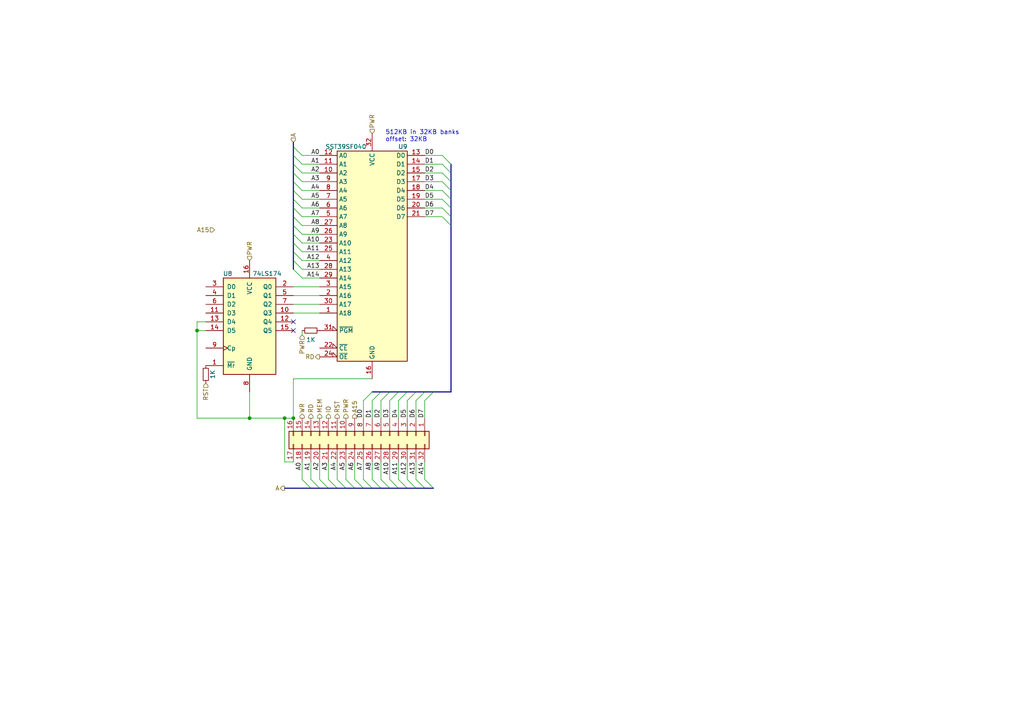
<source format=kicad_sch>
(kicad_sch (version 20230121) (generator eeschema)
  (paper "A4")
  (title_block (title "z80 Flash Cartridge") (date "2023-02-27") (rev "1.7") (company "T. van de Weg"))
  (lib_symbols
    (symbol "74xx:74LS174" (pin_names (offset 1.016))
      (property "Reference" "U" (at -7.62 13.97 0))
      (property "Value" "74LS174" (at -7.62 -16.51 0))
      (symbol "74LS174_1_0"
        (pin input line (at -12.7 -12.7 0) (length 5.08) (name "~{Mr}") (number "1"))
        (pin output line (at 12.7 2.54 180) (length 5.08) (name "Q3") (number "10"))
        (pin input line (at -12.7 2.54 0) (length 5.08) (name "D3") (number "11"))
        (pin output line (at 12.7 0 180) (length 5.08) (name "Q4") (number "12"))
        (pin input line (at -12.7 0 0) (length 5.08) (name "D4") (number "13"))
        (pin input line (at -12.7 -2.54 0) (length 5.08) (name "D5") (number "14"))
        (pin output line (at 12.7 -2.54 180) (length 5.08) (name "Q5") (number "15"))
        (pin power_in line (at 0 17.78 270) (length 5.08) (name "VCC") (number "16"))
        (pin output line (at 12.7 10.16 180) (length 5.08) (name "Q0") (number "2"))
        (pin input line (at -12.7 10.16 0) (length 5.08) (name "D0") (number "3"))
        (pin input line (at -12.7 7.62 0) (length 5.08) (name "D1") (number "4"))
        (pin output line (at 12.7 7.62 180) (length 5.08) (name "Q1") (number "5"))
        (pin input line (at -12.7 5.08 0) (length 5.08) (name "D2") (number "6"))
        (pin output line (at 12.7 5.08 180) (length 5.08) (name "Q2") (number "7"))
        (pin power_in line (at 0 -20.32 90) (length 5.08) (name "GND") (number "8"))
        (pin input clock (at -12.7 -7.62 0) (length 5.08) (name "Cp") (number "9"))
      )
      (symbol "74LS174_1_1"
        (rectangle (start -7.62 12.7) (end 7.62 -15.24) (stroke (width 0.254)) (fill (type background)))
      )
    )
    (symbol "Connector_Generic:Conn_02x16_Counter_Clockwise" (pin_names (offset 1.016) hide)
      (property "Reference" "J" (at 1.27 20.32 0))
      (property "Value" "Conn_02x16_Counter_Clockwise" (at 1.27 -22.86 0))
      (symbol "Conn_02x16_Counter_Clockwise_1_1"
        (rectangle (start -1.27 -20.193) (end 0 -20.447) (stroke (width 0.1524)))
        (rectangle (start -1.27 -17.653) (end 0 -17.907) (stroke (width 0.1524)))
        (rectangle (start -1.27 -15.113) (end 0 -15.367) (stroke (width 0.1524)))
        (rectangle (start -1.27 -12.573) (end 0 -12.827) (stroke (width 0.1524)))
        (rectangle (start -1.27 -10.033) (end 0 -10.287) (stroke (width 0.1524)))
        (rectangle (start -1.27 -7.493) (end 0 -7.747) (stroke (width 0.1524)))
        (rectangle (start -1.27 -4.953) (end 0 -5.207) (stroke (width 0.1524)))
        (rectangle (start -1.27 -2.413) (end 0 -2.667) (stroke (width 0.1524)))
        (rectangle (start -1.27 0.127) (end 0 -0.127) (stroke (width 0.1524)))
        (rectangle (start -1.27 2.667) (end 0 2.413) (stroke (width 0.1524)))
        (rectangle (start -1.27 5.207) (end 0 4.953) (stroke (width 0.1524)))
        (rectangle (start -1.27 7.747) (end 0 7.493) (stroke (width 0.1524)))
        (rectangle (start -1.27 10.287) (end 0 10.033) (stroke (width 0.1524)))
        (rectangle (start -1.27 12.827) (end 0 12.573) (stroke (width 0.1524)))
        (rectangle (start -1.27 15.367) (end 0 15.113) (stroke (width 0.1524)))
        (rectangle (start -1.27 17.907) (end 0 17.653) (stroke (width 0.1524)))
        (rectangle (start -1.27 19.05) (end 3.81 -21.59) (stroke (width 0.254)) (fill (type background)))
        (rectangle (start 3.81 -20.193) (end 2.54 -20.447) (stroke (width 0.1524)))
        (rectangle (start 3.81 -17.653) (end 2.54 -17.907) (stroke (width 0.1524)))
        (rectangle (start 3.81 -15.113) (end 2.54 -15.367) (stroke (width 0.1524)))
        (rectangle (start 3.81 -12.573) (end 2.54 -12.827) (stroke (width 0.1524)))
        (rectangle (start 3.81 -10.033) (end 2.54 -10.287) (stroke (width 0.1524)))
        (rectangle (start 3.81 -7.493) (end 2.54 -7.747) (stroke (width 0.1524)))
        (rectangle (start 3.81 -4.953) (end 2.54 -5.207) (stroke (width 0.1524)))
        (rectangle (start 3.81 -2.413) (end 2.54 -2.667) (stroke (width 0.1524)))
        (rectangle (start 3.81 0.127) (end 2.54 -0.127) (stroke (width 0.1524)))
        (rectangle (start 3.81 2.667) (end 2.54 2.413) (stroke (width 0.1524)))
        (rectangle (start 3.81 5.207) (end 2.54 4.953) (stroke (width 0.1524)))
        (rectangle (start 3.81 7.747) (end 2.54 7.493) (stroke (width 0.1524)))
        (rectangle (start 3.81 10.287) (end 2.54 10.033) (stroke (width 0.1524)))
        (rectangle (start 3.81 12.827) (end 2.54 12.573) (stroke (width 0.1524)))
        (rectangle (start 3.81 15.367) (end 2.54 15.113) (stroke (width 0.1524)))
        (rectangle (start 3.81 17.907) (end 2.54 17.653) (stroke (width 0.1524)))
        (pin passive line (at -5.08 17.78 0) (length 3.81) (name "Pin_1") (number "1"))
        (pin passive line (at -5.08 -5.08 0) (length 3.81) (name "Pin_10") (number "10"))
        (pin passive line (at -5.08 -7.62 0) (length 3.81) (name "Pin_11") (number "11"))
        (pin passive line (at -5.08 -10.16 0) (length 3.81) (name "Pin_12") (number "12"))
        (pin passive line (at -5.08 -12.7 0) (length 3.81) (name "Pin_13") (number "13"))
        (pin passive line (at -5.08 -15.24 0) (length 3.81) (name "Pin_14") (number "14"))
        (pin passive line (at -5.08 -17.78 0) (length 3.81) (name "Pin_15") (number "15"))
        (pin passive line (at -5.08 -20.32 0) (length 3.81) (name "Pin_16") (number "16"))
        (pin passive line (at 7.62 -20.32 180) (length 3.81) (name "Pin_17") (number "17"))
        (pin passive line (at 7.62 -17.78 180) (length 3.81) (name "Pin_18") (number "18"))
        (pin passive line (at 7.62 -15.24 180) (length 3.81) (name "Pin_19") (number "19"))
        (pin passive line (at -5.08 15.24 0) (length 3.81) (name "Pin_2") (number "2"))
        (pin passive line (at 7.62 -12.7 180) (length 3.81) (name "Pin_20") (number "20"))
        (pin passive line (at 7.62 -10.16 180) (length 3.81) (name "Pin_21") (number "21"))
        (pin passive line (at 7.62 -7.62 180) (length 3.81) (name "Pin_22") (number "22"))
        (pin passive line (at 7.62 -5.08 180) (length 3.81) (name "Pin_23") (number "23"))
        (pin passive line (at 7.62 -2.54 180) (length 3.81) (name "Pin_24") (number "24"))
        (pin passive line (at 7.62 0 180) (length 3.81) (name "Pin_25") (number "25"))
        (pin passive line (at 7.62 2.54 180) (length 3.81) (name "Pin_26") (number "26"))
        (pin passive line (at 7.62 5.08 180) (length 3.81) (name "Pin_27") (number "27"))
        (pin passive line (at 7.62 7.62 180) (length 3.81) (name "Pin_28") (number "28"))
        (pin passive line (at 7.62 10.16 180) (length 3.81) (name "Pin_29") (number "29"))
        (pin passive line (at -5.08 12.7 0) (length 3.81) (name "Pin_3") (number "3"))
        (pin passive line (at 7.62 12.7 180) (length 3.81) (name "Pin_30") (number "30"))
        (pin passive line (at 7.62 15.24 180) (length 3.81) (name "Pin_31") (number "31"))
        (pin passive line (at 7.62 17.78 180) (length 3.81) (name "Pin_32") (number "32"))
        (pin passive line (at -5.08 10.16 0) (length 3.81) (name "Pin_4") (number "4"))
        (pin passive line (at -5.08 7.62 0) (length 3.81) (name "Pin_5") (number "5"))
        (pin passive line (at -5.08 5.08 0) (length 3.81) (name "Pin_6") (number "6"))
        (pin passive line (at -5.08 2.54 0) (length 3.81) (name "Pin_7") (number "7"))
        (pin passive line (at -5.08 0 0) (length 3.81) (name "Pin_8") (number "8"))
        (pin passive line (at -5.08 -2.54 0) (length 3.81) (name "Pin_9") (number "9"))
      )
    )
    (symbol "Device:R_Small" (pin_numbers hide) (pin_names (offset 0.254) hide)
      (property "Reference" "R" (at 0.762 0.508 0))
      (property "Value" "R_Small" (at 0.762 -1.016 0))
      (symbol "R_Small_0_1"
        (rectangle (start -0.762 1.778) (end 0.762 -1.778) (stroke (width 0.2032)))
      )
      (symbol "R_Small_1_1"
        (pin passive line (at 0 2.54 270) (length 0.762) (name "~") (number "1"))
        (pin passive line (at 0 -2.54 90) (length 0.762) (name "~") (number "2"))
      )
    )
    (symbol "Memory_Flash:SST39SF040"
      (property "Reference" "U23" (at 8.89 33.02 0))
      (property "Value" "SST39SF040" (at -7.62 33.02 0))
      (symbol "SST39SF040_0_0"
        (pin power_in line (at 0 -34.29 90) (length 5.08) (name "GND") (number "16"))
        (pin power_in line (at 0 36.83 270) (length 5.08) (name "VCC") (number "32"))
      )
      (symbol "SST39SF040_0_1"
        (rectangle (start -10.16 31.75) (end 10.16 -29.21) (stroke (width 0.254)) (fill (type background)))
      )
      (symbol "SST39SF040_1_1"
        (pin input line (at -15.24 -15.24 0) (length 5.08) (name "A18") (number "1"))
        (pin input line (at -15.24 25.4 0) (length 5.08) (name "A2") (number "10"))
        (pin input line (at -15.24 27.94 0) (length 5.08) (name "A1") (number "11"))
        (pin input line (at -15.24 30.48 0) (length 5.08) (name "A0") (number "12"))
        (pin tri_state line (at 15.24 30.48 180) (length 5.08) (name "D0") (number "13"))
        (pin tri_state line (at 15.24 27.94 180) (length 5.08) (name "D1") (number "14"))
        (pin tri_state line (at 15.24 25.4 180) (length 5.08) (name "D2") (number "15"))
        (pin tri_state line (at 15.24 22.86 180) (length 5.08) (name "D3") (number "17"))
        (pin tri_state line (at 15.24 20.32 180) (length 5.08) (name "D4") (number "18"))
        (pin tri_state line (at 15.24 17.78 180) (length 5.08) (name "D5") (number "19"))
        (pin input line (at -15.24 -10.16 0) (length 5.08) (name "A16") (number "2"))
        (pin tri_state line (at 15.24 15.24 180) (length 5.08) (name "D6") (number "20"))
        (pin tri_state line (at 15.24 12.7 180) (length 5.08) (name "D7") (number "21"))
        (pin input input_low (at -15.24 -25.4 0) (length 5.08) (name "~{CE}") (number "22"))
        (pin input line (at -15.24 5.08 0) (length 5.08) (name "A10") (number "23"))
        (pin input input_low (at -15.24 -27.94 0) (length 5.08) (name "~{OE}") (number "24"))
        (pin input line (at -15.24 2.54 0) (length 5.08) (name "A11") (number "25"))
        (pin input line (at -15.24 7.62 0) (length 5.08) (name "A9") (number "26"))
        (pin input line (at -15.24 10.16 0) (length 5.08) (name "A8") (number "27"))
        (pin input line (at -15.24 -2.54 0) (length 5.08) (name "A13") (number "28"))
        (pin input line (at -15.24 -5.08 0) (length 5.08) (name "A14") (number "29"))
        (pin input line (at -15.24 -7.62 0) (length 5.08) (name "A15") (number "3"))
        (pin input line (at -15.24 -12.7 0) (length 5.08) (name "A17") (number "30"))
        (pin input input_low (at -15.24 -20.32 0) (length 5.08) (name "~{PGM}") (number "31"))
        (pin input line (at -15.24 0 0) (length 5.08) (name "A12") (number "4"))
        (pin input line (at -15.24 12.7 0) (length 5.08) (name "A7") (number "5"))
        (pin input line (at -15.24 15.24 0) (length 5.08) (name "A6") (number "6"))
        (pin input line (at -15.24 17.78 0) (length 5.08) (name "A5") (number "7"))
        (pin input line (at -15.24 20.32 0) (length 5.08) (name "A4") (number "8"))
        (pin input line (at -15.24 22.86 0) (length 5.08) (name "A3") (number "9"))
      )
    )
  )
  (junction (at 85.09 121.285))
  (junction (at 82.55 121.285))
  (junction (at 72.39 121.285))
  (junction (at 57.15 95.885))
  (no_connect (at 85.09 95.885))
  (no_connect (at 85.09 93.345))
  (bus_entry (at 87.63 52.705) (size -2.54 -2.54))
  (bus_entry (at 87.63 73.025) (size -2.54 -2.54))
  (bus_entry (at 87.63 75.565) (size -2.54 -2.54))
  (bus_entry (at 87.63 50.165) (size -2.54 -2.54))
  (bus_entry (at 113.03 139.065) (size 2.54 2.54))
  (bus_entry (at 87.63 80.645) (size -2.54 -2.54))
  (bus_entry (at 128.27 50.165) (size 2.54 2.54))
  (bus_entry (at 87.63 60.325) (size -2.54 -2.54))
  (bus_entry (at 105.41 139.065) (size 2.54 2.54))
  (bus_entry (at 115.57 139.065) (size 2.54 2.54))
  (bus_entry (at 115.57 116.205) (size 2.54 -2.54))
  (bus_entry (at 120.65 116.205) (size 2.54 -2.54))
  (bus_entry (at 92.71 139.065) (size 2.54 2.54))
  (bus_entry (at 128.27 62.865) (size 2.54 2.54))
  (bus_entry (at 128.27 57.785) (size 2.54 2.54))
  (bus_entry (at 97.79 139.065) (size 2.54 2.54))
  (bus_entry (at 100.33 139.065) (size 2.54 2.54))
  (bus_entry (at 87.63 45.085) (size -2.54 -2.54))
  (bus_entry (at 87.63 139.065) (size 2.54 2.54))
  (bus_entry (at 123.19 139.065) (size 2.54 2.54))
  (bus_entry (at 128.27 60.325) (size 2.54 2.54))
  (bus_entry (at 120.65 139.065) (size 2.54 2.54))
  (bus_entry (at 87.63 65.405) (size -2.54 -2.54))
  (bus_entry (at 87.63 70.485) (size -2.54 -2.54))
  (bus_entry (at 128.27 47.625) (size 2.54 2.54))
  (bus_entry (at 110.49 139.065) (size 2.54 2.54))
  (bus_entry (at 87.63 67.945) (size -2.54 -2.54))
  (bus_entry (at 128.27 52.705) (size 2.54 2.54))
  (bus_entry (at 87.63 47.625) (size -2.54 -2.54))
  (bus_entry (at 87.63 78.105) (size -2.54 -2.54))
  (bus_entry (at 90.17 139.065) (size 2.54 2.54))
  (bus_entry (at 107.95 116.205) (size 2.54 -2.54))
  (bus_entry (at 128.27 45.085) (size 2.54 2.54))
  (bus_entry (at 123.19 116.205) (size 2.54 -2.54))
  (bus_entry (at 110.49 116.205) (size 2.54 -2.54))
  (bus_entry (at 102.87 139.065) (size 2.54 2.54))
  (bus_entry (at 118.11 139.065) (size 2.54 2.54))
  (bus_entry (at 95.25 139.065) (size 2.54 2.54))
  (bus_entry (at 128.27 55.245) (size 2.54 2.54))
  (bus_entry (at 87.63 62.865) (size -2.54 -2.54))
  (bus_entry (at 118.11 116.205) (size 2.54 -2.54))
  (bus_entry (at 87.63 57.785) (size -2.54 -2.54))
  (bus_entry (at 107.95 139.065) (size 2.54 2.54))
  (bus_entry (at 105.41 116.205) (size 2.54 -2.54))
  (bus_entry (at 87.63 55.245) (size -2.54 -2.54))
  (bus_entry (at 113.03 116.205) (size 2.54 -2.54))
  (wire (pts (xy 113.03 116.205) (xy 113.03 121.285)))
  (wire (pts (xy 85.09 121.285) (xy 82.55 121.285)))
  (wire (pts (xy 87.63 52.705) (xy 92.71 52.705)))
  (bus (pts (xy 85.09 47.625) (xy 85.09 50.165)))
  (wire (pts (xy 87.63 45.085) (xy 92.71 45.085)))
  (bus (pts (xy 130.81 52.705) (xy 130.81 55.245)))
  (wire (pts (xy 123.19 62.865) (xy 128.27 62.865)))
  (wire (pts (xy 97.79 133.985) (xy 97.79 139.065)))
  (wire (pts (xy 85.09 133.985) (xy 82.55 133.985)))
  (bus (pts (xy 118.11 113.665) (xy 120.65 113.665)))
  (bus (pts (xy 123.19 113.665) (xy 125.73 113.665)))
  (bus (pts (xy 102.87 141.605) (xy 105.41 141.605)))
  (wire (pts (xy 105.41 133.985) (xy 105.41 139.065)))
  (wire (pts (xy 118.11 116.205) (xy 118.11 121.285)))
  (wire (pts (xy 87.63 75.565) (xy 92.71 75.565)))
  (wire (pts (xy 87.63 133.985) (xy 87.63 139.065)))
  (bus (pts (xy 85.09 65.405) (xy 85.09 67.945)))
  (wire (pts (xy 87.63 65.405) (xy 92.71 65.405)))
  (bus (pts (xy 85.09 45.085) (xy 85.09 47.625)))
  (wire (pts (xy 57.15 95.885) (xy 59.69 95.885)))
  (bus (pts (xy 125.73 113.665) (xy 130.81 113.665)))
  (wire (pts (xy 72.39 121.285) (xy 72.39 113.665)))
  (wire (pts (xy 85.09 83.185) (xy 92.71 83.185)))
  (bus (pts (xy 85.09 55.245) (xy 85.09 57.785)))
  (wire (pts (xy 123.19 55.245) (xy 128.27 55.245)))
  (wire (pts (xy 95.25 133.985) (xy 95.25 139.065)))
  (wire (pts (xy 107.95 116.205) (xy 107.95 121.285)))
  (bus (pts (xy 113.03 141.605) (xy 115.57 141.605)))
  (bus (pts (xy 115.57 141.605) (xy 118.11 141.605)))
  (wire (pts (xy 120.65 133.985) (xy 120.65 139.065)))
  (wire (pts (xy 90.17 133.985) (xy 90.17 139.065)))
  (wire (pts (xy 123.19 45.085) (xy 128.27 45.085)))
  (bus (pts (xy 92.71 141.605) (xy 95.25 141.605)))
  (wire (pts (xy 118.11 133.985) (xy 118.11 139.065)))
  (bus (pts (xy 85.09 42.545) (xy 85.09 45.085)))
  (wire (pts (xy 85.09 121.285) (xy 85.09 109.855)))
  (bus (pts (xy 100.33 141.605) (xy 102.87 141.605)))
  (bus (pts (xy 85.09 75.565) (xy 85.09 78.105)))
  (bus (pts (xy 130.81 55.245) (xy 130.81 57.785)))
  (bus (pts (xy 130.81 65.405) (xy 130.81 113.665)))
  (bus (pts (xy 105.41 141.605) (xy 107.95 141.605)))
  (wire (pts (xy 87.63 57.785) (xy 92.71 57.785)))
  (bus (pts (xy 120.65 141.605) (xy 123.19 141.605)))
  (bus (pts (xy 130.81 62.865) (xy 130.81 65.405)))
  (wire (pts (xy 115.57 133.985) (xy 115.57 139.065)))
  (wire (pts (xy 92.71 85.725) (xy 85.09 85.725)))
  (wire (pts (xy 57.15 121.285) (xy 57.15 95.885)))
  (bus (pts (xy 90.17 141.605) (xy 92.71 141.605)))
  (wire (pts (xy 57.15 95.885) (xy 57.15 93.345)))
  (wire (pts (xy 85.09 109.855) (xy 107.95 109.855)))
  (bus (pts (xy 82.55 141.605) (xy 90.17 141.605)))
  (wire (pts (xy 87.63 78.105) (xy 92.71 78.105)))
  (bus (pts (xy 130.81 50.165) (xy 130.81 52.705)))
  (wire (pts (xy 100.33 133.985) (xy 100.33 139.065)))
  (bus (pts (xy 85.09 52.705) (xy 85.09 55.245)))
  (bus (pts (xy 95.25 141.605) (xy 97.79 141.605)))
  (wire (pts (xy 87.63 95.885) (xy 87.63 97.155)))
  (wire (pts (xy 123.19 60.325) (xy 128.27 60.325)))
  (wire (pts (xy 57.15 93.345) (xy 59.69 93.345)))
  (bus (pts (xy 85.09 41.275) (xy 85.09 42.545)))
  (wire (pts (xy 92.71 90.805) (xy 85.09 90.805)))
  (wire (pts (xy 87.63 50.165) (xy 92.71 50.165)))
  (wire (pts (xy 123.19 47.625) (xy 128.27 47.625)))
  (bus (pts (xy 85.09 62.865) (xy 85.09 65.405)))
  (bus (pts (xy 130.81 47.625) (xy 130.81 50.165)))
  (wire (pts (xy 105.41 116.205) (xy 105.41 121.285)))
  (wire (pts (xy 87.63 55.245) (xy 92.71 55.245)))
  (bus (pts (xy 110.49 141.605) (xy 113.03 141.605)))
  (wire (pts (xy 123.19 57.785) (xy 128.27 57.785)))
  (bus (pts (xy 85.09 67.945) (xy 85.09 70.485)))
  (wire (pts (xy 110.49 133.985) (xy 110.49 139.065)))
  (bus (pts (xy 120.65 113.665) (xy 123.19 113.665)))
  (wire (pts (xy 82.55 121.285) (xy 72.39 121.285)))
  (wire (pts (xy 87.63 60.325) (xy 92.71 60.325)))
  (wire (pts (xy 123.19 50.165) (xy 128.27 50.165)))
  (wire (pts (xy 115.57 116.205) (xy 115.57 121.285)))
  (wire (pts (xy 87.63 70.485) (xy 92.71 70.485)))
  (wire (pts (xy 87.63 47.625) (xy 92.71 47.625)))
  (wire (pts (xy 92.71 133.985) (xy 92.71 139.065)))
  (wire (pts (xy 113.03 133.985) (xy 113.03 139.065)))
  (wire (pts (xy 87.63 62.865) (xy 92.71 62.865)))
  (bus (pts (xy 115.57 113.665) (xy 118.11 113.665)))
  (wire (pts (xy 123.19 52.705) (xy 128.27 52.705)))
  (bus (pts (xy 85.09 60.325) (xy 85.09 62.865)))
  (bus (pts (xy 85.09 50.165) (xy 85.09 52.705)))
  (bus (pts (xy 85.09 73.025) (xy 85.09 75.565)))
  (bus (pts (xy 97.79 141.605) (xy 100.33 141.605)))
  (wire (pts (xy 102.87 133.985) (xy 102.87 139.065)))
  (wire (pts (xy 87.63 80.645) (xy 92.71 80.645)))
  (bus (pts (xy 113.03 113.665) (xy 115.57 113.665)))
  (bus (pts (xy 85.09 57.785) (xy 85.09 60.325)))
  (wire (pts (xy 110.49 116.205) (xy 110.49 121.285)))
  (bus (pts (xy 123.19 141.605) (xy 125.73 141.605)))
  (wire (pts (xy 123.19 116.205) (xy 123.19 121.285)))
  (bus (pts (xy 107.95 113.665) (xy 110.49 113.665)))
  (bus (pts (xy 107.95 141.605) (xy 110.49 141.605)))
  (bus (pts (xy 85.09 70.485) (xy 85.09 73.025)))
  (wire (pts (xy 107.95 133.985) (xy 107.95 139.065)))
  (bus (pts (xy 130.81 60.325) (xy 130.81 62.865)))
  (wire (pts (xy 87.63 73.025) (xy 92.71 73.025)))
  (wire (pts (xy 120.65 116.205) (xy 120.65 121.285)))
  (wire (pts (xy 85.09 88.265) (xy 92.71 88.265)))
  (bus (pts (xy 110.49 113.665) (xy 113.03 113.665)))
  (bus (pts (xy 118.11 141.605) (xy 120.65 141.605)))
  (wire (pts (xy 87.63 67.945) (xy 92.71 67.945)))
  (wire (pts (xy 82.55 121.285) (xy 82.55 133.985)))
  (wire (pts (xy 123.19 133.985) (xy 123.19 139.065)))
  (bus (pts (xy 130.81 57.785) (xy 130.81 60.325)))
  (wire (pts (xy 72.39 121.285) (xy 57.15 121.285)))
  (text "512KB in 32KB banks\noffset: 32KB" (at 111.76 41.275 0) (effects (font (size 1.27 1.27)) (justify left bottom)))
  (label "A9" (at 92.71 67.945 180))
  (label "D4" (at 123.19 55.245 0))
  (label "A4" (at 97.79 133.985 270))
  (label "A6" (at 92.71 60.325 180))
  (label "D4" (at 115.57 121.285 90))
  (label "D6" (at 120.65 121.285 90))
  (label "A13" (at 120.65 133.985 270))
  (label "A6" (at 102.87 133.985 270))
  (label "D7" (at 123.19 62.865 0))
  (label "D2" (at 110.49 121.285 90))
  (label "A0" (at 92.71 45.085 180))
  (label "D0" (at 105.41 121.285 90))
  (label "D5" (at 123.19 57.785 0))
  (label "A8" (at 92.71 65.405 180))
  (label "A12" (at 92.71 75.565 180))
  (label "D5" (at 118.11 121.285 90))
  (label "A0" (at 87.63 133.985 270))
  (label "A3" (at 95.25 133.985 270))
  (label "A5" (at 100.33 133.985 270))
  (label "A3" (at 92.71 52.705 180))
  (label "A4" (at 92.71 55.245 180))
  (label "D1" (at 107.95 121.285 90))
  (label "A9" (at 110.49 133.985 270))
  (label "A11" (at 92.71 73.025 180))
  (label "D1" (at 123.19 47.625 0))
  (label "A10" (at 92.71 70.485 180))
  (label "D0" (at 123.19 45.085 0))
  (label "A11" (at 115.57 133.985 270))
  (label "A7" (at 105.41 133.985 270))
  (label "A14" (at 92.71 80.645 180))
  (label "D2" (at 123.19 50.165 0))
  (label "D6" (at 123.19 60.325 0))
  (label "A1" (at 90.17 133.985 270))
  (label "A5" (at 92.71 57.785 180))
  (label "A12" (at 118.11 133.985 270))
  (label "A1" (at 92.71 47.625 180))
  (label "A2" (at 92.71 133.985 270))
  (label "A10" (at 113.03 133.985 270))
  (label "A7" (at 92.71 62.865 180))
  (label "A8" (at 107.95 133.985 270))
  (label "D3" (at 113.03 121.285 90))
  (label "D7" (at 123.19 121.285 90))
  (label "A13" (at 92.71 78.105 180))
  (label "A2" (at 92.71 50.165 180))
  (label "A14" (at 123.19 133.985 270))
  (label "D3" (at 123.19 52.705 0))
  (hierarchical_label "RD" (shape output) (at 92.71 103.505 180))
  (hierarchical_label "PWR" (shape input) (at 72.39 75.565 90))
  (hierarchical_label "RST" (shape output) (at 97.79 121.285 90))
  (hierarchical_label "RD" (shape output) (at 90.17 121.285 90))
  (hierarchical_label "IO" (shape output) (at 95.25 121.285 90))
  (hierarchical_label "A" (shape output) (at 82.55 141.605 180))
  (hierarchical_label "A15" (shape input) (at 62.23 66.675 180))
  (hierarchical_label "PWR" (shape output) (at 100.33 121.285 90))
  (hierarchical_label "A" (shape input) (at 85.09 41.275 90))
  (hierarchical_label "PWR" (shape input) (at 107.95 38.735 90))
  (hierarchical_label "RST" (shape input) (at 59.69 111.125 270))
  (hierarchical_label "WR" (shape output) (at 87.63 121.285 90))
  (hierarchical_label "MEM" (shape output) (at 92.71 121.285 90))
  (hierarchical_label "PWR" (shape input) (at 87.63 97.155 270))
  (hierarchical_label "A15" (shape output) (at 102.87 121.285 90))
  (symbol (lib_id "Device:R_Small") (at 90.17 95.885 270) (unit 1)
    (property "Reference" "R39" (effects hide))
    (property "Value" "1K" (at 90.17 98.552 90))
    (property "Footprint" "Resistor_SMD:R_0603_1608Metric" (effects hide))
  )
  (symbol (lib_id "74xx:74LS174") (at 72.39 93.345 0) (unit 1)
    (property "Reference" "U8" (at 66.04 79.375 0))
    (property "Value" "74LS174" (at 77.47 79.375 0))
    (property "Footprint" "Package_SO:SO-16_5.3x10.2mm_P1.27mm" (effects hide))
    (property "Datasheet" "http://www.ti.com/lit/gpn/sn74LS174" (effects hide))
  )
  (symbol (lib_id "Device:R_Small") (at 59.69 108.585 0) (unit 1)
    (property "Reference" "R38" (effects hide))
    (property "Value" "1K" (at 60.96 108.585 90) (effects (justify top)))
    (property "Footprint" "Resistor_SMD:R_0603_1608Metric" (effects hide))
  )
  (symbol (lib_id "Connector_Generic:Conn_02x16_Counter_Clockwise") (at 105.41 126.365 270) (unit 1)
    (property "Reference" "J3" (effects hide))
    (property "Value" "Conn_02x16_Counter_Clockwise" (effects hide))
    (property "Footprint" "Connector_PinHeader_2.54mm:PinHeader_2x16_P2.54mm_Horizontal" (effects hide))
  )
  (symbol (lib_id "Memory_Flash:SST39SF040") (at 107.95 75.565 0) (unit 1)
    (property "Reference" "U9" (at 116.84 42.545 0))
    (property "Value" "SST39SF040" (at 100.33 42.545 0))
    (property "Footprint" "Package_DIP:DIP-32_W15.24mm_Socket" (effects hide))
    (property "Datasheet" "http://ww1.microchip.com/downloads/en/DeviceDoc/25022B.pdf" (effects hide))
  )
)
</source>
